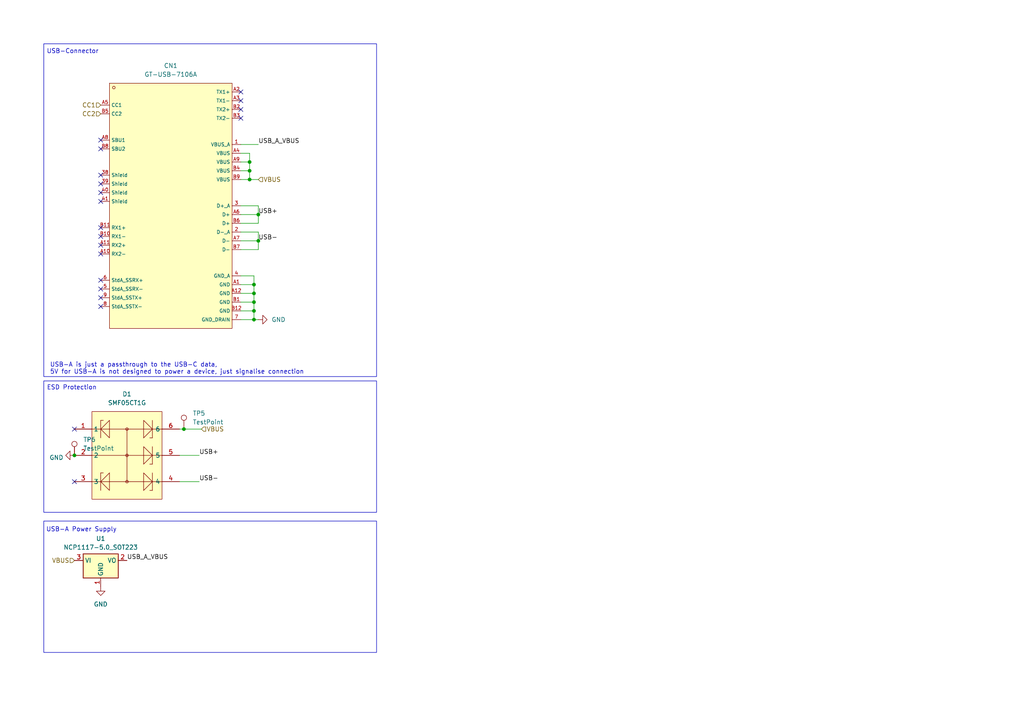
<source format=kicad_sch>
(kicad_sch (version 20231120) (generator "eeschema") (generator_version "8.0")
  (paper "A4")
  (title_block (title "Coolscan LS40 USB PSU") (date "2024-11-15") (rev "0.1") (company "wirkbetrieb.net"))
  (lib_symbols
    (symbol "Connector:TestPoint" (pin_numbers hide) (pin_names (offset 0.762) hide)
      (property "Reference" "TP" (at 0 6.858 0))
      (property "Value" "TestPoint" (at 0 5.08 0))
      (symbol "TestPoint_0_1"
        (circle (center 0 3.302) (radius 0.762))
      )
      (symbol "TestPoint_1_1"
        (pin passive line (at 0 0 90) (length 2.54) (name "1") (number "1"))
      )
    )
    (symbol "GND_1" (power) (pin_numbers hide) (pin_names (offset 0) hide)
      (property "Value" "GND" (at 0 -3.81 0))
      (symbol "GND_1_0_1"
        (polyline (pts (xy 0 0) (xy 0 -1.27) (xy 1.27 -1.27) (xy 0 -2.54) (xy -1.27 -1.27) (xy 0 -1.27)))
      )
      (symbol "GND_1_1_1"
        (pin power_in line (at 0 0 270) (length 0) (name "~") (number "1"))
      )
    )
    (symbol "GND_2" (power) (pin_numbers hide) (pin_names (offset 0) hide)
      (property "Value" "GND" (at 0 -3.81 0))
      (symbol "GND_2_0_1"
        (polyline (pts (xy 0 0) (xy 0 -1.27) (xy 1.27 -1.27) (xy 0 -2.54) (xy -1.27 -1.27) (xy 0 -1.27)))
      )
      (symbol "GND_2_1_1"
        (pin power_in line (at 0 0 270) (length 0) (name "~") (number "1"))
      )
    )
    (symbol "Regulator_Linear:NCP1117-5.0_SOT223"
      (property "Reference" "U" (at -3.81 3.175 0))
      (property "Value" "NCP1117-5.0_SOT223" (at 0 3.175 0))
      (symbol "NCP1117-5.0_SOT223_0_1"
        (rectangle (start -5.08 -5.08) (end 5.08 1.905) (stroke (width 0.254)) (fill (type background)))
      )
      (symbol "NCP1117-5.0_SOT223_1_1"
        (pin power_in line (at 0 -7.62 90) (length 2.54) (name "GND") (number "1"))
        (pin power_out line (at 7.62 0 180) (length 2.54) (name "VO") (number "2"))
        (pin power_in line (at -7.62 0 0) (length 2.54) (name "VI") (number "3"))
      )
    )
    (symbol "easyeda2kicad:SMF05CT1G"
      (property "Reference" "D" (at 0 12.7 0))
      (property "Value" "SMF05CT1G" (at 0 -12.7 0))
      (symbol "SMF05CT1G_0_1"
        (rectangle (start -10.16 12.7) (end 10.16 -12.7) (fill (type background)))
        (circle (center 0 -7.62) (radius 0.38))
        (polyline (pts (xy -10.16 -7.62) (xy 10.16 -7.62)))
        (polyline (pts (xy -10.16 0) (xy 0 0)))
        (polyline (pts (xy -10.16 7.62) (xy 10.16 7.62)))
        (polyline (pts (xy -7.62 -10.16) (xy -7.62 -5.08)))
        (polyline (pts (xy -7.62 -5.08) (xy -6.86 -5.08)))
        (polyline (pts (xy -7.62 5.08) (xy -7.62 10.16)))
        (polyline (pts (xy -7.62 10.16) (xy -6.86 10.16)))
        (polyline (pts (xy 0 -7.62) (xy 0 7.62)))
        (polyline (pts (xy 0 0) (xy 10.16 0)))
        (polyline (pts (xy 7.37 -10.16) (xy 6.6 -10.16)))
        (polyline (pts (xy 7.37 -5.08) (xy 7.37 -10.16)))
        (polyline (pts (xy 7.37 -2.54) (xy 6.6 -2.54)))
        (polyline (pts (xy 7.37 2.54) (xy 7.37 -2.54)))
        (polyline (pts (xy 7.37 5.08) (xy 6.6 5.08)))
        (polyline (pts (xy 7.37 10.16) (xy 7.37 5.08)))
        (polyline (pts (xy -5.08 -5.08) (xy -7.62 -7.62) (xy -5.08 -10.16) (xy -5.08 -5.08)) (fill (type background)))
        (polyline (pts (xy -5.08 10.16) (xy -7.62 7.62) (xy -5.08 5.08) (xy -5.08 10.16)) (fill (type background)))
        (polyline (pts (xy 4.83 -10.16) (xy 7.37 -7.62) (xy 4.83 -5.08) (xy 4.83 -10.16)) (fill (type background)))
        (polyline (pts (xy 4.83 -2.54) (xy 7.37 0) (xy 4.83 2.54) (xy 4.83 -2.54)) (fill (type background)))
        (polyline (pts (xy 4.83 5.08) (xy 7.37 7.62) (xy 4.83 10.16) (xy 4.83 5.08)) (fill (type background)))
        (circle (center 0 0) (radius 0.38))
        (circle (center 0 7.62) (radius 0.38))
        (arc (start 0.25 -7.62) (mid 0.25 -7.62) (end 0.25 -7.62))
        (arc (start 0.25 0) (mid 0.25 0) (end 0.25 0))
        (arc (start 0.25 7.62) (mid 0.25 7.62) (end 0.25 7.62))
        (pin input line (at -15.24 7.62 0) (length 5.08) (name "1") (number "1"))
        (pin power_in line (at -15.24 0 0) (length 5.08) (name "2") (number "2"))
        (pin input line (at -15.24 -7.62 0) (length 5.08) (name "3") (number "3"))
        (pin input line (at 15.24 -7.62 180) (length 5.08) (name "4") (number "4"))
        (pin input line (at 15.24 0 180) (length 5.08) (name "5") (number "5"))
        (pin power_in line (at 15.24 7.62 180) (length 5.08) (name "6") (number "6"))
      )
    )
    (symbol "jlcpartslib:GT-USB-7106A"
      (property "Reference" "U" (at 0 1.27 0))
      (property "Value" "GT-USB-7106A" (at 0 -2.54 0))
      (symbol "GT-USB-7106A_0_1"
        (rectangle (start -17.78 35.5601) (end 17.78 -35.5601) (fill (type background)))
        (circle (center -16.51 34.2901) (radius 0.381) (fill (type background)))
        (pin unspecified line (at 20.32 17.78 180) (length 2.54) (name "VBUS_A") (number "1"))
        (pin unspecified line (at 20.32 -7.62 180) (length 2.54) (name "D-_A") (number "2"))
        (pin unspecified line (at 20.32 0 180) (length 2.54) (name "D+_A") (number "3"))
        (pin unspecified line (at -20.32 8.89 0) (length 2.54) (name "Shield") (number "38"))
        (pin unspecified line (at -20.32 6.35 0) (length 2.54) (name "Shield") (number "39"))
        (pin unspecified line (at 20.32 -20.32 180) (length 2.54) (name "GND_A") (number "4"))
        (pin unspecified line (at -20.32 3.81 0) (length 2.54) (name "Shield") (number "40"))
        (pin unspecified line (at -20.32 1.27 0) (length 2.54) (name "Shield") (number "41"))
        (pin unspecified line (at -20.32 -24.13 0) (length 2.54) (name "StdA_SSRX-") (number "5"))
        (pin unspecified line (at -20.32 -21.59 0) (length 2.54) (name "StdA_SSRX+") (number "6"))
        (pin unspecified line (at 20.32 -33.02 180) (length 2.54) (name "GND_DRAIN") (number "7"))
        (pin unspecified line (at -20.32 -29.21 0) (length 2.54) (name "StdA_SSTX-") (number "8"))
        (pin unspecified line (at -20.32 -26.67 0) (length 2.54) (name "StdA_SSTX+") (number "9"))
        (pin unspecified line (at 20.32 -22.86 180) (length 2.54) (name "GND") (number "A1"))
        (pin unspecified line (at -20.32 -13.97 0) (length 2.54) (name "RX2-") (number "A10"))
        (pin unspecified line (at -20.32 -11.43 0) (length 2.54) (name "RX2+") (number "A11"))
        (pin unspecified line (at 20.32 -25.4 180) (length 2.54) (name "GND") (number "A12"))
        (pin unspecified line (at 20.32 33.02 180) (length 2.54) (name "TX1+") (number "A2"))
        (pin unspecified line (at 20.32 30.48 180) (length 2.54) (name "TX1-") (number "A3"))
        (pin unspecified line (at 20.32 15.24 180) (length 2.54) (name "VBUS") (number "A4"))
        (pin unspecified line (at -20.32 29.21 0) (length 2.54) (name "CC1") (number "A5"))
        (pin unspecified line (at 20.32 -2.54 180) (length 2.54) (name "D+") (number "A6"))
        (pin unspecified line (at 20.32 -10.16 180) (length 2.54) (name "D-") (number "A7"))
        (pin unspecified line (at -20.32 19.05 0) (length 2.54) (name "SBU1") (number "A8"))
        (pin unspecified line (at 20.32 12.7 180) (length 2.54) (name "VBUS") (number "A9"))
        (pin unspecified line (at 20.32 -27.94 180) (length 2.54) (name "GND") (number "B1"))
        (pin unspecified line (at -20.32 -8.89 0) (length 2.54) (name "RX1-") (number "B10"))
        (pin unspecified line (at -20.32 -6.35 0) (length 2.54) (name "RX1+") (number "B11"))
        (pin unspecified line (at 20.32 -30.48 180) (length 2.54) (name "GND") (number "B12"))
        (pin unspecified line (at 20.32 27.94 180) (length 2.54) (name "TX2+") (number "B2"))
        (pin unspecified line (at 20.32 25.4 180) (length 2.54) (name "TX2-") (number "B3"))
        (pin unspecified line (at 20.32 10.16 180) (length 2.54) (name "VBUS") (number "B4"))
        (pin unspecified line (at -20.32 26.67 0) (length 2.54) (name "CC2") (number "B5"))
        (pin unspecified line (at 20.32 -5.08 180) (length 2.54) (name "D+") (number "B6"))
        (pin unspecified line (at 20.32 -12.7 180) (length 2.54) (name "D-") (number "B7"))
        (pin unspecified line (at -20.32 16.51 0) (length 2.54) (name "SBU2") (number "B8"))
        (pin unspecified line (at 20.32 7.62 180) (length 2.54) (name "VBUS") (number "B9"))
      )
    )
    (symbol "power:GND" (power) (pin_names (offset 0))
      (property "Value" "GND" (at 0 -3.81 0))
      (symbol "GND_0_1"
        (polyline (pts (xy 0 0) (xy 0 -1.27) (xy 1.27 -1.27) (xy 0 -2.54) (xy -1.27 -1.27) (xy 0 -1.27)))
      )
      (symbol "GND_1_1"
        (pin power_in line (at 0 0 270) (length 0) hide (name "GND") (number "1"))
      )
    )
  )
  (junction (at 72.39 49.53))
  (junction (at 74.93 69.85))
  (junction (at 21.59 132.08))
  (junction (at 73.66 90.17))
  (junction (at 73.66 92.71))
  (junction (at 73.66 87.63))
  (junction (at 72.39 52.07))
  (junction (at 73.66 85.09))
  (junction (at 73.66 82.55))
  (junction (at 74.93 62.23))
  (junction (at 53.34 124.46))
  (junction (at 72.39 46.99))
  (no_connect (at 29.21 40.64))
  (no_connect (at 21.59 124.46))
  (no_connect (at 69.85 26.67))
  (no_connect (at 69.85 31.75))
  (no_connect (at 29.21 86.36))
  (no_connect (at 29.21 81.28))
  (no_connect (at 21.59 139.7))
  (no_connect (at 29.21 58.42))
  (no_connect (at 29.21 73.66))
  (no_connect (at 69.85 34.29))
  (no_connect (at 29.21 83.82))
  (no_connect (at 29.21 71.12))
  (no_connect (at 69.85 29.21))
  (no_connect (at 29.21 88.9))
  (no_connect (at 29.21 53.34))
  (no_connect (at 29.21 50.8))
  (no_connect (at 29.21 68.58))
  (no_connect (at 29.21 66.04))
  (no_connect (at 29.21 43.18))
  (no_connect (at 29.21 55.88))
  (wire (pts (xy 73.66 85.09) (xy 73.66 87.63)))
  (wire (pts (xy 69.85 92.71) (xy 73.66 92.71)))
  (wire (pts (xy 69.85 85.09) (xy 73.66 85.09)))
  (wire (pts (xy 72.39 52.07) (xy 74.93 52.07)))
  (wire (pts (xy 74.93 59.69) (xy 74.93 62.23)))
  (wire (pts (xy 69.85 46.99) (xy 72.39 46.99)))
  (wire (pts (xy 73.66 82.55) (xy 73.66 85.09)))
  (wire (pts (xy 52.07 132.08) (xy 57.785 132.08)))
  (wire (pts (xy 69.85 49.53) (xy 72.39 49.53)))
  (wire (pts (xy 74.93 62.23) (xy 74.93 64.77)))
  (wire (pts (xy 72.39 49.53) (xy 72.39 52.07)))
  (wire (pts (xy 72.39 46.99) (xy 72.39 49.53)))
  (wire (pts (xy 73.66 87.63) (xy 73.66 90.17)))
  (wire (pts (xy 74.93 67.31) (xy 74.93 69.85)))
  (wire (pts (xy 69.85 41.91) (xy 74.93 41.91)))
  (wire (pts (xy 53.34 124.46) (xy 58.42 124.46)))
  (wire (pts (xy 74.93 69.85) (xy 74.93 72.39)))
  (wire (pts (xy 69.85 82.55) (xy 73.66 82.55)))
  (wire (pts (xy 69.85 72.39) (xy 74.93 72.39)))
  (wire (pts (xy 73.66 90.17) (xy 73.66 92.71)))
  (wire (pts (xy 73.66 80.01) (xy 73.66 82.55)))
  (wire (pts (xy 69.85 69.85) (xy 74.93 69.85)))
  (wire (pts (xy 69.85 59.69) (xy 74.93 59.69)))
  (wire (pts (xy 52.07 139.7) (xy 57.785 139.7)))
  (wire (pts (xy 69.85 44.45) (xy 72.39 44.45)))
  (wire (pts (xy 52.07 124.46) (xy 53.34 124.46)))
  (wire (pts (xy 69.85 87.63) (xy 73.66 87.63)))
  (wire (pts (xy 73.66 92.71) (xy 74.93 92.71)))
  (wire (pts (xy 69.85 80.01) (xy 73.66 80.01)))
  (wire (pts (xy 72.39 44.45) (xy 72.39 46.99)))
  (wire (pts (xy 69.85 90.17) (xy 73.66 90.17)))
  (wire (pts (xy 69.85 67.31) (xy 74.93 67.31)))
  (wire (pts (xy 69.85 52.07) (xy 72.39 52.07)))
  (wire (pts (xy 74.93 64.77) (xy 69.85 64.77)))
  (wire (pts (xy 69.85 62.23) (xy 74.93 62.23)))
  (rectangle (start 12.7 12.7) (end 109.22 109.22))
  (rectangle (start 12.7 110.49) (end 109.22 148.59))
  (rectangle (start 12.7 151.13) (end 109.22 189.23))
  (text "USB-Connector" (at 21.082 14.986 0) (effects (font (size 1.27 1.27))))
  (text "ESD Protection" (at 20.828 112.522 0) (effects (font (size 1.27 1.27))))
  (text "USB-A is just a passthrough to the USB-C data,\n5V for USB-A is not designed to power a device, just signalise connection" (at 14.478 106.934 0) (effects (font (size 1.27 1.27)) (justify left)))
  (text "USB-A Power Supply" (at 23.622 153.67 0) (effects (font (size 1.27 1.27))))
  (label "USB+" (at 74.93 62.23 0))
  (label "USB-" (at 57.785 139.7 0))
  (label "USB_A_VBUS" (at 74.93 41.91 0))
  (label "USB_A_VBUS" (at 36.83 162.56 0))
  (label "USB+" (at 57.785 132.08 0))
  (label "USB-" (at 74.93 69.85 0))
  (hierarchical_label "VBUS" (shape input) (at 74.93 52.07 0))
  (hierarchical_label "VBUS" (shape input) (at 58.42 124.46 0))
  (hierarchical_label "VBUS" (shape input) (at 21.59 162.56 180))
  (hierarchical_label "CC1" (shape input) (at 29.21 30.48 180))
  (hierarchical_label "CC2" (shape input) (at 29.21 33.02 180))
  (symbol (lib_id "easyeda2kicad:SMF05CT1G") (at 36.83 132.08 0) (unit 1)
    (property "Reference" "D1" (at 36.83 114.3 0))
    (property "Value" "SMF05CT1G" (at 36.83 116.84 0))
    (property "Footprint" "Package_TO_SOT_SMD:SOT-363_SC-70-6_Handsoldering" (effects (hide yes)))
    (property "Manufacturer" "onsemi(安森美)" (effects (hide yes)))
    (property "LCSC Part" "C15879" (effects (hide yes)))
    (property "JLC Part" "Basic Part" (effects (hide yes)))
    (property "LCSC" "C15879" (effects (hide yes)))
  )
  (symbol (lib_id "Connector:TestPoint") (at 21.59 132.08 0) (unit 1)
    (property "Reference" "TP6" (at 24.13 127.5079 0) (effects (justify left)))
    (property "Value" "TestPoint" (at 24.13 130.0479 0) (effects (justify left)))
    (property "Footprint" "TestPoint:TestPoint_Pad_D4.0mm" (effects (hide yes)))
    (property "Description" "test point" (effects (hide yes)))
  )
  (symbol (lib_id "power:GND") (at 21.59 132.08 270) (unit 1)
    (property "Reference" "#PWR09" (effects (hide yes)))
    (property "Value" "GND" (at 18.415 132.715 90) (effects (justify right)))
  )
  (symbol (lib_id "Regulator_Linear:NCP1117-5.0_SOT223") (at 29.21 162.56 0) (unit 1)
    (property "Reference" "U1" (at 29.21 156.21 0))
    (property "Value" "NCP1117-5.0_SOT223" (at 29.21 158.75 0))
    (property "Footprint" "Package_TO_SOT_SMD:SOT-223-3_TabPin2" (effects (hide yes)))
    (property "Description" "1A Low drop-out regulator, Fixed Output 5V, SOT-223, NCP1117ST50T3G" (effects (hide yes)))
    (property "LCSC" "C17314" (effects (hide yes)))
  )
  (symbol (lib_name "GND_1") (lib_id "power:GND") (at 74.93 92.71 90) (unit 1)
    (property "Reference" "#PWR010" (effects (hide yes)))
    (property "Value" "GND" (at 78.74 92.7099 90) (effects (justify right)))
    (property "Description" "Power symbol creates a global label with name \"GND\" , ground" (effects (hide yes)))
  )
  (symbol (lib_id "jlcpartslib:GT-USB-7106A") (at 49.53 59.69 0) (unit 1)
    (property "Reference" "CN1" (at 49.53 19.05 0))
    (property "Value" "GT-USB-7106A" (at 49.53 21.59 0))
    (property "Footprint" "USBC-Connectors:USB-C-TH_GT-USB-7106A" (effects (hide yes)))
    (property "LCSC" "C22394794" (effects (hide yes)))
  )
  (symbol (lib_id "Connector:TestPoint") (at 53.34 124.46 0) (unit 1)
    (property "Reference" "TP5" (at 55.88 119.8879 0) (effects (justify left)))
    (property "Value" "TestPoint" (at 55.88 122.4279 0) (effects (justify left)))
    (property "Footprint" "TestPoint:TestPoint_Pad_D4.0mm" (effects (hide yes)))
    (property "Description" "test point" (effects (hide yes)))
  )
  (symbol (lib_name "GND_2") (lib_id "power:GND") (at 29.21 170.18 0) (unit 1)
    (property "Reference" "#PWR011" (effects (hide yes)))
    (property "Value" "GND" (at 29.21 175.26 0))
    (property "Description" "Power symbol creates a global label with name \"GND\" , ground" (effects (hide yes)))
  )
)
</source>
